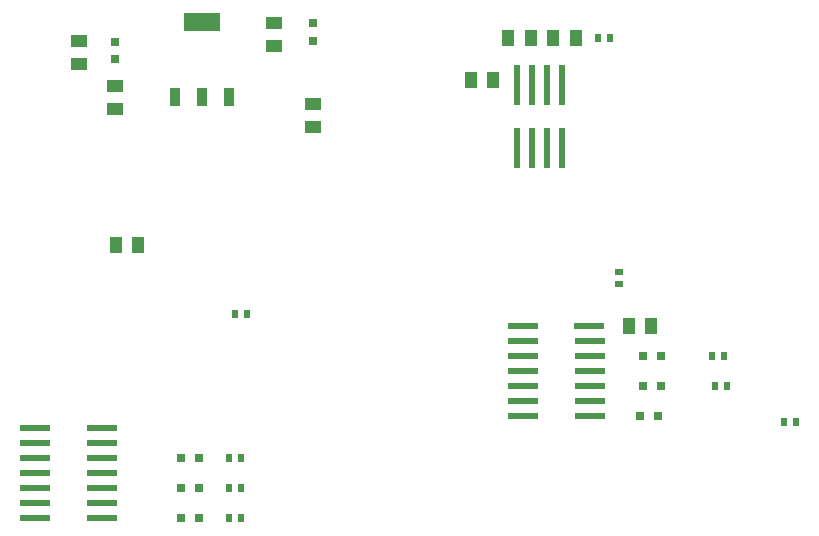
<source format=gtp>
G04*
G04 #@! TF.GenerationSoftware,Altium Limited,Altium Designer,21.8.1 (53)*
G04*
G04 Layer_Color=8421504*
%FSLAX25Y25*%
%MOIN*%
G70*
G04*
G04 #@! TF.SameCoordinates,EC8DCCC1-7592-430C-AF42-B363D8801F71*
G04*
G04*
G04 #@! TF.FilePolarity,Positive*
G04*
G01*
G75*
%ADD19R,0.03300X0.06300*%
%ADD20R,0.12200X0.06300*%
%ADD21R,0.03937X0.05709*%
%ADD22R,0.03150X0.03150*%
%ADD23R,0.02362X0.02756*%
%ADD24R,0.10433X0.02362*%
%ADD25R,0.05709X0.03937*%
%ADD26R,0.02362X0.13386*%
%ADD27R,0.03150X0.03150*%
%ADD28R,0.02756X0.02362*%
D19*
X129100Y176400D02*
D03*
X120000D02*
D03*
X110900D02*
D03*
D20*
X120000Y201600D02*
D03*
D21*
X91260Y127000D02*
D03*
X98740D02*
D03*
X209520Y182000D02*
D03*
X217000D02*
D03*
X269740Y100000D02*
D03*
X262260D02*
D03*
X222000Y196000D02*
D03*
X229480D02*
D03*
X237000D02*
D03*
X244480D02*
D03*
D22*
X113000Y56000D02*
D03*
X118905D02*
D03*
X113000Y36000D02*
D03*
X118905D02*
D03*
X113000Y46000D02*
D03*
X118905D02*
D03*
X267047Y90000D02*
D03*
X272953D02*
D03*
X267047Y80000D02*
D03*
X272953D02*
D03*
X266047Y70000D02*
D03*
X271953D02*
D03*
D23*
X129000Y56000D02*
D03*
X132937D02*
D03*
X129000Y36000D02*
D03*
X132937D02*
D03*
X129000Y46000D02*
D03*
X132937D02*
D03*
X291063Y80000D02*
D03*
X295000D02*
D03*
X252000Y196000D02*
D03*
X255937D02*
D03*
X131032Y104000D02*
D03*
X134968D02*
D03*
X290032Y90000D02*
D03*
X293969D02*
D03*
X314032Y68000D02*
D03*
X317969D02*
D03*
D24*
X226835Y100000D02*
D03*
Y95000D02*
D03*
Y90000D02*
D03*
Y85000D02*
D03*
Y80000D02*
D03*
Y75000D02*
D03*
Y70000D02*
D03*
X249165D02*
D03*
Y75000D02*
D03*
Y80000D02*
D03*
Y85000D02*
D03*
Y90000D02*
D03*
Y95000D02*
D03*
X249000Y100000D02*
D03*
X64335Y66000D02*
D03*
Y61000D02*
D03*
Y56000D02*
D03*
Y51000D02*
D03*
Y46000D02*
D03*
Y41000D02*
D03*
Y36000D02*
D03*
X86665D02*
D03*
Y41000D02*
D03*
Y46000D02*
D03*
Y51000D02*
D03*
Y56000D02*
D03*
Y61000D02*
D03*
X86500Y66000D02*
D03*
D25*
X91000Y172520D02*
D03*
Y180000D02*
D03*
X79000Y195000D02*
D03*
Y187520D02*
D03*
X144000Y201000D02*
D03*
Y193520D02*
D03*
X157000Y166520D02*
D03*
Y174000D02*
D03*
D26*
X225000Y180630D02*
D03*
X230000D02*
D03*
X235000D02*
D03*
X240000D02*
D03*
Y159370D02*
D03*
X235000D02*
D03*
X230000D02*
D03*
X225000D02*
D03*
D27*
X91000Y194905D02*
D03*
Y189000D02*
D03*
X157000Y201000D02*
D03*
Y195095D02*
D03*
D28*
X259000Y114063D02*
D03*
Y118000D02*
D03*
M02*

</source>
